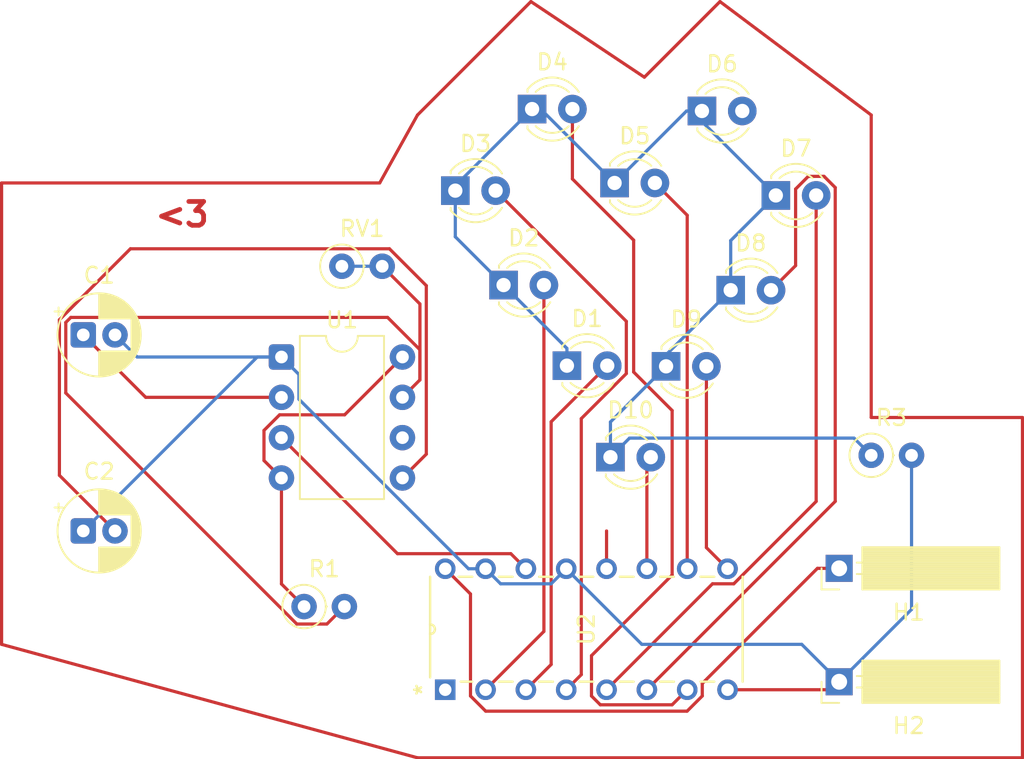
<source format=kicad_pcb>
(kicad_pcb (version 20241229) (generator "pcbnew") (generator_version "9.0")
  (layers (0 "F.Cu" signal) (2 "B.Cu" signal) (13 "F.Paste" user) (15 "B.Paste" user) (5 "F.SilkS" user "F.Silkscreen") (7 "B.SilkS" user "B.Silkscreen") (1 "F.Mask" user) (3 "B.Mask" user) (25 "Edge.Cuts" user))
  (net 0 "")
  (net 1 "GND")
  (net 2 "tr")
  (net 3 "Net-(U1-CONT)")
  (net 4 "Net-(D1-A)")
  (net 5 "Net-(D1-K)")
  (net 6 "Net-(D2-A)")
  (net 7 "Net-(D3-A)")
  (net 8 "Net-(D4-A)")
  (net 9 "Net-(D5-A)")
  (net 10 "Net-(D6-A)")
  (net 11 "Net-(D7-A)")
  (net 12 "Net-(D8-A)")
  (net 13 "Net-(D9-A)")
  (net 14 "Net-(D10-A)")
  (net 15 "+5V")
  (net 16 "Net-(U1-DISCH)")
  (net 17 "OUT")
  (net 18 "Net-(U1-THRES)")
  (net 19 "unconnected-(U2-Cout-Pad12)")
  (footprint "LED_THT:LED_D3.0mm" (layer "F.Cu") (at 169.574825 44.76024)
    (property "Reference" "D5" (at 1.27 -2.96 0) (layer "F.SilkS"))
    (property "Value" "LED")
    (pad "1" thru_hole rect (at 0 0) (size 1.8 1.8) (drill 0.9) (layers "*.Cu" "*.Mask") (net 5 "Net-(D1-K)"))
    (pad "2" thru_hole circle (at 2.54 0) (size 1.8 1.8) (drill 0.9) (layers "*.Cu" "*.Mask") (net 9 "Net-(D5-A)"))
  )
  (footprint "Resistor_THT:R_Axial_DIN0207_L6.3mm_D2.5mm_P2.54mm_Vertical" (layer "F.Cu") (at 150.01875 71.4375)
    (property "Reference" "R1" (at 1.27 -2.37 0) (layer "F.SilkS"))
    (property "Value" "1k")
    (pad "1" thru_hole circle (at 0 0) (size 1.6 1.6) (drill 0.8) (layers "*.Cu" "*.Mask") (net 15 "+5V"))
    (pad "2" thru_hole circle (at 2.54 0) (size 1.6 1.6) (drill 0.8) (layers "*.Cu" "*.Mask") (net 16 "Net-(U1-DISCH)"))
  )
  (footprint "LED_THT:LED_D3.0mm" (layer "F.Cu") (at 179.730097 45.545943)
    (property "Reference" "D7" (at 1.27 -2.96 0) (layer "F.SilkS"))
    (property "Value" "LED")
    (pad "1" thru_hole rect (at 0 0) (size 1.8 1.8) (drill 0.9) (layers "*.Cu" "*.Mask") (net 5 "Net-(D1-K)"))
    (pad "2" thru_hole circle (at 2.54 0) (size 1.8 1.8) (drill 0.9) (layers "*.Cu" "*.Mask") (net 11 "Net-(D7-A)"))
  )
  (footprint "LED_THT:LED_D3.0mm" (layer "F.Cu") (at 172.818367 56.307854)
    (property "Reference" "D9" (at 1.27 -2.96 0) (layer "F.SilkS"))
    (property "Value" "LED")
    (pad "1" thru_hole rect (at 0 0) (size 1.8 1.8) (drill 0.9) (layers "*.Cu" "*.Mask") (net 5 "Net-(D1-K)"))
    (pad "2" thru_hole circle (at 2.54 0) (size 1.8 1.8) (drill 0.9) (layers "*.Cu" "*.Mask") (net 13 "Net-(D9-A)"))
  )
  (footprint "Resistor_THT:R_Axial_DIN0207_L6.3mm_D2.5mm_P2.54mm_Vertical" (layer "F.Cu") (at 152.4 50.00625)
    (property "Reference" "RV1" (at 1.27 -2.37 0) (layer "F.SilkS"))
    (property "Value" "50k")
    (pad "1" thru_hole circle (at 0 0) (size 1.6 1.6) (drill 0.8) (layers "*.Cu" "*.Mask") (net 16 "Net-(U1-DISCH)"))
    (pad "2" thru_hole circle (at 2.54 0) (size 1.6 1.6) (drill 0.8) (layers "*.Cu" "*.Mask") (net 16 "Net-(U1-DISCH)"))
  )
  (footprint "aaaaaa:N16" (layer "F.Cu") (at 176.68875 69.05625 90)
    (property "Reference" "U2" (at -3.81 -8.89 90) (layer "F.SilkS"))
    (property "Value" "4017")
    (fp_text user "*" (at -7.62 -19.1897 90) (layer "F.SilkS"))
    (fp_text user "*" (at -7.62 -19.1897 90) (layer "F.SilkS"))
    (pad "1" thru_hole rect (at -7.62 -17.78 90) (size 1.2954 1.2954) (drill 0.7874) (layers "*.Cu" "*.Mask") (net 10 "Net-(D6-A)"))
    (pad "2" thru_hole circle (at -7.62 -15.24 90) (size 1.2954 1.2954) (drill 0.7874) (layers "*.Cu" "*.Mask") (net 6 "Net-(D2-A)"))
    (pad "3" thru_hole circle (at -7.62 -12.7 90) (size 1.2954 1.2954) (drill 0.7874) (layers "*.Cu" "*.Mask") (net 4 "Net-(D1-A)"))
    (pad "4" thru_hole circle (at -7.62 -10.16 90) (size 1.2954 1.2954) (drill 0.7874) (layers "*.Cu" "*.Mask") (net 7 "Net-(D3-A)"))
    (pad "5" thru_hole circle (at -7.62 -7.62 90) (size 1.2954 1.2954) (drill 0.7874) (layers "*.Cu" "*.Mask") (net 11 "Net-(D7-A)"))
    (pad "6" thru_hole circle (at -7.62 -5.08 90) (size 1.2954 1.2954) (drill 0.7874) (layers "*.Cu" "*.Mask") (net 12 "Net-(D8-A)"))
    (pad "7" thru_hole circle (at -7.62 -2.54 90) (size 1.2954 1.2954) (drill 0.7874) (layers "*.Cu" "*.Mask") (net 8 "Net-(D4-A)"))
    (pad "8" thru_hole circle (at -7.62 0 90) (size 1.2954 1.2954) (drill 0.7874) (layers "*.Cu" "*.Mask") (net 1 "GND"))
    (pad "9" thru_hole circle (at 0 0 90) (size 1.2954 1.2954) (drill 0.7874) (layers "*.Cu" "*.Mask") (net 13 "Net-(D9-A)"))
    (pad "10" thru_hole circle (at 0 -2.54 90) (size 1.2954 1.2954) (drill 0.7874) (layers "*.Cu" "*.Mask") (net 9 "Net-(D5-A)"))
    (pad "11" thru_hole circle (at 0 -5.08 90) (size 1.2954 1.2954) (drill 0.7874) (layers "*.Cu" "*.Mask") (net 14 "Net-(D10-A)"))
    (pad "12" thru_hole circle (at 0 -7.62 90) (size 1.2954 1.2954) (drill 0.7874) (layers "*.Cu" "*.Mask") (net 19 "unconnected-(U2-Cout-Pad12)"))
    (pad "13" thru_hole circle (at 0 -10.16 90) (size 1.2954 1.2954) (drill 0.7874) (layers "*.Cu" "*.Mask") (net 1 "GND"))
    (pad "14" thru_hole circle (at 0 -12.7 90) (size 1.2954 1.2954) (drill 0.7874) (layers "*.Cu" "*.Mask") (net 17 "OUT"))
    (pad "15" thru_hole circle (at 0 -15.24 90) (size 1.2954 1.2954) (drill 0.7874) (layers "*.Cu" "*.Mask") (net 1 "GND"))
    (pad "16" thru_hole circle (at 0 -17.78 90) (size 1.2954 1.2954) (drill 0.7874) (layers "*.Cu" "*.Mask") (net 15 "+5V"))
  )
  (footprint "Capacitor_THT:CP_Radial_D5.0mm_P2.00mm" (layer "F.Cu") (at 136.1125 66.675)
    (property "Reference" "C2" (at 1 -3.75 0) (layer "F.SilkS"))
    (property "Value" "0.01uF")
    (pad "1" thru_hole roundrect (at 0 0) (size 1.6 1.6) (drill 0.8) (layers "*.Cu" "*.Mask") (roundrect_rratio 0.15625) (net 1 "GND"))
    (pad "2" thru_hole circle (at 2 0) (size 1.6 1.6) (drill 0.8) (layers "*.Cu" "*.Mask") (net 3 "Net-(U1-CONT)"))
  )
  (footprint "LED_THT:LED_D3.0mm" (layer "F.Cu") (at 176.887904 51.513053)
    (property "Reference" "D8" (at 1.27 -2.96 0) (layer "F.SilkS"))
    (property "Value" "LED")
    (pad "1" thru_hole rect (at 0 0) (size 1.8 1.8) (drill 0.9) (layers "*.Cu" "*.Mask") (net 5 "Net-(D1-K)"))
    (pad "2" thru_hole circle (at 2.54 0) (size 1.8 1.8) (drill 0.9) (layers "*.Cu" "*.Mask") (net 12 "Net-(D8-A)"))
  )
  (footprint "LED_THT:LED_D3.0mm" (layer "F.Cu") (at 159.54375 45.24375)
    (property "Reference" "D3" (at 1.27 -2.96 0) (layer "F.SilkS"))
    (property "Value" "LED")
    (pad "1" thru_hole rect (at 0 0) (size 1.8 1.8) (drill 0.9) (layers "*.Cu" "*.Mask") (net 5 "Net-(D1-K)"))
    (pad "2" thru_hole circle (at 2.54 0) (size 1.8 1.8) (drill 0.9) (layers "*.Cu" "*.Mask") (net 7 "Net-(D3-A)"))
  )
  (footprint "LED_THT:LED_D3.0mm" (layer "F.Cu") (at 166.573038 56.267561)
    (property "Reference" "D1" (at 1.27 -2.96 0) (layer "F.SilkS"))
    (property "Value" "LED")
    (pad "1" thru_hole rect (at 0 0) (size 1.8 1.8) (drill 0.9) (layers "*.Cu" "*.Mask") (net 5 "Net-(D1-K)"))
    (pad "2" thru_hole circle (at 2.54 0) (size 1.8 1.8) (drill 0.9) (layers "*.Cu" "*.Mask") (net 4 "Net-(D1-A)"))
  )
  (footprint "Resistor_THT:R_Axial_DIN0207_L6.3mm_D2.5mm_P2.54mm_Vertical" (layer "F.Cu") (at 185.7375 61.9125)
    (property "Reference" "R3" (at 1.27 -2.37 0) (layer "F.SilkS"))
    (property "Value" "330")
    (pad "1" thru_hole circle (at 0 0) (size 1.6 1.6) (drill 0.8) (layers "*.Cu" "*.Mask") (net 5 "Net-(D1-K)"))
    (pad "2" thru_hole circle (at 2.54 0) (size 1.6 1.6) (drill 0.8) (layers "*.Cu" "*.Mask") (net 1 "GND"))
  )
  (footprint "LED_THT:LED_D3.0mm" (layer "F.Cu") (at 162.584086 51.190713)
    (property "Reference" "D2" (at 1.27 -2.96 0) (layer "F.SilkS"))
    (property "Value" "LED")
    (pad "1" thru_hole rect (at 0 0) (size 1.8 1.8) (drill 0.9) (layers "*.Cu" "*.Mask") (net 5 "Net-(D1-K)"))
    (pad "2" thru_hole circle (at 2.54 0) (size 1.8 1.8) (drill 0.9) (layers "*.Cu" "*.Mask") (net 6 "Net-(D2-A)"))
  )
  (footprint "Connector_PinSocket_2.54mm:PinSocket_1x01_P2.54mm_Horizontal" (layer "F.Cu") (at 183.71875 76.175 180)
    (property "Reference" "H2" (at -4.38 -2.77 0) (layer "F.SilkS"))
    (property "Value" "MountingHole_Pad")
    (pad "1" thru_hole rect (at 0 0 180) (size 1.7 1.7) (drill 1) (layers "*.Cu" "*.Mask") (net 1 "GND"))
  )
  (footprint "LED_THT:LED_D3.0mm" (layer "F.Cu") (at 175.07632 40.22734)
    (property "Reference" "D6" (at 1.27 -2.96 0) (layer "F.SilkS"))
    (property "Value" "LED")
    (pad "1" thru_hole rect (at 0 0) (size 1.8 1.8) (drill 0.9) (layers "*.Cu" "*.Mask") (net 5 "Net-(D1-K)"))
    (pad "2" thru_hole circle (at 2.54 0) (size 1.8 1.8) (drill 0.9) (layers "*.Cu" "*.Mask") (net 10 "Net-(D6-A)"))
  )
  (footprint "LED_THT:LED_D3.0mm" (layer "F.Cu") (at 169.3145 62.029381)
    (property "Reference" "D10" (at 1.27 -2.96 0) (layer "F.SilkS"))
    (property "Value" "LED")
    (pad "1" thru_hole rect (at 0 0) (size 1.8 1.8) (drill 0.9) (layers "*.Cu" "*.Mask") (net 5 "Net-(D1-K)"))
    (pad "2" thru_hole circle (at 2.54 0) (size 1.8 1.8) (drill 0.9) (layers "*.Cu" "*.Mask") (net 14 "Net-(D10-A)"))
  )
  (footprint "LED_THT:LED_D3.0mm" (layer "F.Cu") (at 164.378675 40.106463)
    (property "Reference" "D4" (at 1.27 -2.96 0) (layer "F.SilkS"))
    (property "Value" "LED")
    (pad "1" thru_hole rect (at 0 0) (size 1.8 1.8) (drill 0.9) (layers "*.Cu" "*.Mask") (net 5 "Net-(D1-K)"))
    (pad "2" thru_hole circle (at 2.54 0) (size 1.8 1.8) (drill 0.9) (layers "*.Cu" "*.Mask") (net 8 "Net-(D4-A)"))
  )
  (footprint "Package_DIP:DIP-8_W7.62mm" (layer "F.Cu") (at 148.595 55.72125)
    (property "Reference" "U1" (at 3.81 -2.33 0) (layer "F.SilkS"))
    (property "Value" "NE555P")
    (pad "1" thru_hole roundrect (at 0 0) (size 1.6 1.6) (drill 0.8) (layers "*.Cu" "*.Mask") (roundrect_rratio 0.15625) (net 1 "GND"))
    (pad "2" thru_hole circle (at 0 2.54) (size 1.6 1.6) (drill 0.8) (layers "*.Cu" "*.Mask") (net 2 "tr"))
    (pad "3" thru_hole circle (at 0 5.08) (size 1.6 1.6) (drill 0.8) (layers "*.Cu" "*.Mask") (net 17 "OUT"))
    (pad "4" thru_hole circle (at 0 7.62) (size 1.6 1.6) (drill 0.8) (layers "*.Cu" "*.Mask") (net 15 "+5V"))
    (pad "5" thru_hole circle (at 7.62 7.62) (size 1.6 1.6) (drill 0.8) (layers "*.Cu" "*.Mask") (net 3 "Net-(U1-CONT)"))
    (pad "6" thru_hole circle (at 7.62 5.08) (size 1.6 1.6) (drill 0.8) (layers "*.Cu" "*.Mask") (net 18 "Net-(U1-THRES)"))
    (pad "7" thru_hole circle (at 7.62 2.54) (size 1.6 1.6) (drill 0.8) (layers "*.Cu" "*.Mask") (net 16 "Net-(U1-DISCH)"))
    (pad "8" thru_hole circle (at 7.62 0) (size 1.6 1.6) (drill 0.8) (layers "*.Cu" "*.Mask") (net 15 "+5V"))
  )
  (footprint "Connector_PinSocket_2.54mm:PinSocket_1x01_P2.54mm_Horizontal" (layer "F.Cu") (at 183.71875 69.03125 180)
    (property "Reference" "H1" (at -4.38 -2.77 0) (layer "F.SilkS"))
    (property "Value" "MountingHole_Pad")
    (pad "1" thru_hole rect (at 0 0 180) (size 1.7 1.7) (drill 1) (layers "*.Cu" "*.Mask") (net 15 "+5V"))
  )
  (footprint "Capacitor_THT:CP_Radial_D5.0mm_P2.00mm" (layer "F.Cu") (at 136.1125 54.32875)
    (property "Reference" "C1" (at 1 -3.75 0) (layer "F.SilkS"))
    (property "Value" "1uF")
    (pad "1" thru_hole roundrect (at 0 0) (size 1.6 1.6) (drill 0.8) (layers "*.Cu" "*.Mask") (roundrect_rratio 0.15625) (net 2 "tr"))
    (pad "2" thru_hole circle (at 2 0) (size 1.6 1.6) (drill 0.8) (layers "*.Cu" "*.Mask") (net 1 "GND"))
  )
  (gr_line (start 154.78125 44.76024) (end 157.1625 40.48125) (stroke (width 0.2)) (layer "F.Cu"))
  (gr_line (start 130.96875 44.76024) (end 130.96875 73.81875) (stroke (width 0.2)) (layer "F.Cu"))
  (gr_line (start 130.96875 73.81875) (end 157.1625 80.9625) (stroke (width 0.2)) (layer "F.Cu"))
  (gr_line (start 176.2125 33.3375) (end 171.45 38.1) (stroke (width 0.2)) (layer "F.Cu"))
  (gr_line (start 157.1625 40.48125) (end 164.30625 33.3375) (stroke (width 0.2)) (layer "F.Cu"))
  (gr_line (start 154.78125 44.76024) (end 130.96875 44.76024) (stroke (width 0.2)) (layer "F.Cu"))
  (gr_line (start 157.1625 80.9625) (end 195.2625 80.9625) (stroke (width 0.2)) (layer "F.Cu"))
  (gr_line (start 171.45 38.1) (end 164.30625 33.3375) (stroke (width 0.2)) (layer "F.Cu"))
  (gr_line (start 195.2625 59.53125) (end 185.7375 59.53125) (stroke (width 0.2)) (layer "F.Cu"))
  (gr_line (start 185.7375 59.53125) (end 185.7375 40.48125) (stroke (width 0.2)) (layer "F.Cu"))
  (gr_line (start 185.7375 40.48125) (end 176.2125 33.3375) (stroke (width 0.2)) (layer "F.Cu"))
  (gr_line (start 195.2625 80.9625) (end 195.2625 59.53125) (stroke (width 0.2)) (layer "F.Cu"))
  (gr_text "<3" (at 140.49375 47.625 0) (layer "F.Cu") (effects (font (size 1.5 1.5) (thickness 0.3) (bold yes)) (justify left bottom)))
  (segment (start 183.2175 76.67625) (end 183.71875 76.175) (width 0.2) (layer "F.Cu") (net 1))
  (segment (start 176.68875 76.67625) (end 183.2175 76.67625) (width 0.2) (layer "F.Cu") (net 1))
  (segment (start 161.44875 69.05625) (end 160.37295 69.05625) (width 0.2) (layer "B.Cu") (net 1))
  (segment (start 188.2775 61.9125) (end 188.2775 71.61625) (width 0.2) (layer "B.Cu") (net 1))
  (segment (start 147.06625 55.72125) (end 136.1125 66.675) (width 0.2) (layer "B.Cu") (net 1))
  (segment (start 148.595 55.72125) (end 139.505 55.72125) (width 0.2) (layer "B.Cu") (net 1))
  (segment (start 139.505 55.72125) (end 138.1125 54.32875) (width 0.2) (layer "B.Cu") (net 1))
  (segment (start 162.39745 70.00495) (end 161.44875 69.05625) (width 0.2) (layer "B.Cu") (net 1))
  (segment (start 183.71875 76.175) (end 181.3625 73.81875) (width 0.2) (layer "B.Cu") (net 1))
  (segment (start 171.29125 73.81875) (end 166.52875 69.05625) (width 0.2) (layer "B.Cu") (net 1))
  (segment (start 188.2775 71.61625) (end 183.71875 76.175) (width 0.2) (layer "B.Cu") (net 1))
  (segment (start 160.37295 69.05625) (end 149.696 58.3793) (width 0.2) (layer "B.Cu") (net 1))
  (segment (start 149.696 56.82225) (end 148.595 55.72125) (width 0.2) (layer "B.Cu") (net 1))
  (segment (start 181.3625 73.81875) (end 171.29125 73.81875) (width 0.2) (layer "B.Cu") (net 1))
  (segment (start 165.58005 70.00495) (end 162.39745 70.00495) (width 0.2) (layer "B.Cu") (net 1))
  (segment (start 166.52875 69.05625) (end 165.58005 70.00495) (width 0.2) (layer "B.Cu") (net 1))
  (segment (start 149.696 58.3793) (end 149.696 56.82225) (width 0.2) (layer "B.Cu") (net 1))
  (segment (start 148.595 55.72125) (end 147.06625 55.72125) (width 0.2) (layer "B.Cu") (net 1))
  (segment (start 140.045 58.26125) (end 136.1125 54.32875) (width 0.2) (layer "F.Cu") (net 2))
  (segment (start 148.595 58.26125) (end 140.045 58.26125) (width 0.2) (layer "F.Cu") (net 2))
  (segment (start 134.6105 53.37749) (end 139.08274 48.90525) (width 0.2) (layer "F.Cu") (net 3))
  (segment (start 157.717 51.2262) (end 157.717 61.83925) (width 0.2) (layer "F.Cu") (net 3))
  (segment (start 155.39605 48.90525) (end 157.717 51.2262) (width 0.2) (layer "F.Cu") (net 3))
  (segment (start 157.717 61.83925) (end 156.215 63.34125) (width 0.2) (layer "F.Cu") (net 3))
  (segment (start 139.08274 48.90525) (end 155.39605 48.90525) (width 0.2) (layer "F.Cu") (net 3))
  (segment (start 134.6105 63.173) (end 134.6105 53.37749) (width 0.2) (layer "F.Cu") (net 3))
  (segment (start 138.1125 66.675) (end 134.6105 63.173) (width 0.2) (layer "F.Cu") (net 3))
  (segment (start 165.58005 59.800549) (end 169.113038 56.267561) (width 0.2) (layer "F.Cu") (net 4))
  (segment (start 163.98875 76.67625) (end 165.58005 75.08495) (width 0.2) (layer "F.Cu") (net 4))
  (segment (start 165.58005 75.08495) (end 165.58005 59.800549) (width 0.2) (layer "F.Cu") (net 4))
  (segment (start 166.573038 55.179665) (end 166.573038 56.267561) (width 0.2) (layer "B.Cu") (net 5))
  (segment (start 169.574825 44.76024) (end 164.921048 40.106463) (width 0.2) (layer "B.Cu") (net 5))
  (segment (start 185.7375 61.9125) (end 184.653381 60.828381) (width 0.2) (layer "B.Cu") (net 5))
  (segment (start 164.921048 40.106463) (end 164.378675 40.106463) (width 0.2) (layer "B.Cu") (net 5))
  (segment (start 159.54375 44.941388) (end 159.54375 45.24375) (width 0.2) (layer "B.Cu") (net 5))
  (segment (start 159.54375 48.150377) (end 162.584086 51.190713) (width 0.2) (layer "B.Cu") (net 5))
  (segment (start 176.887904 48.388136) (end 179.730097 45.545943) (width 0.2) (layer "B.Cu") (net 5))
  (segment (start 170.5155 60.828381) (end 169.3145 62.029381) (width 0.2) (layer "B.Cu") (net 5))
  (segment (start 169.3145 59.811721) (end 172.818367 56.307854) (width 0.2) (layer "B.Cu") (net 5))
  (segment (start 175.07632 40.22734) (end 174.107725 40.22734) (width 0.2) (layer "B.Cu") (net 5))
  (segment (start 172.818367 56.307854) (end 172.818367 55.58259) (width 0.2) (layer "B.Cu") (net 5))
  (segment (start 175.07632 40.892166) (end 175.07632 40.22734) (width 0.2) (layer "B.Cu") (net 5))
  (segment (start 176.887904 51.513053) (end 176.887904 48.388136) (width 0.2) (layer "B.Cu") (net 5))
  (segment (start 179.730097 45.545943) (end 175.07632 40.892166) (width 0.2) (layer "B.Cu") (net 5))
  (segment (start 164.378675 40.106463) (end 159.54375 44.941388) (width 0.2) (layer "B.Cu") (net 5))
  (segment (start 169.3145 62.029381) (end 169.3145 59.811721) (width 0.2) (layer "B.Cu") (net 5))
  (segment (start 159.54375 45.24375) (end 159.54375 48.150377) (width 0.2) (layer "B.Cu") (net 5))
  (segment (start 184.653381 60.828381) (end 170.5155 60.828381) (width 0.2) (layer "B.Cu") (net 5))
  (segment (start 172.818367 55.58259) (end 176.887904 51.513053) (width 0.2) (layer "B.Cu") (net 5))
  (segment (start 162.584086 51.190713) (end 166.573038 55.179665) (width 0.2) (layer "B.Cu") (net 5))
  (segment (start 174.107725 40.22734) (end 169.574825 44.76024) (width 0.2) (layer "B.Cu") (net 5))
  (segment (start 161.44875 76.67625) (end 165.124086 73.000914) (width 0.2) (layer "F.Cu") (net 6))
  (segment (start 165.124086 73.000914) (end 165.124086 51.190713) (width 0.2) (layer "F.Cu") (net 6))
  (segment (start 167.47745 75.72755) (end 167.47745 59.60162) (width 0.2) (layer "F.Cu") (net 7))
  (segment (start 170.314038 53.474038) (end 162.08375 45.24375) (width 0.2) (layer "F.Cu") (net 7))
  (segment (start 170.314038 56.765032) (end 170.314038 53.474038) (width 0.2) (layer "F.Cu") (net 7))
  (segment (start 166.52875 76.67625) (end 167.47745 75.72755) (width 0.2) (layer "F.Cu") (net 7))
  (segment (start 167.47745 59.60162) (end 170.314038 56.765032) (width 0.2) (layer "F.Cu") (net 7))
  (segment (start 168.675785 77.62495) (end 168.12005 77.069215) (width 0.2) (layer "F.Cu") (net 8))
  (segment (start 170.775825 48.36324) (end 166.918675 44.50609) (width 0.2) (layer "F.Cu") (net 8))
  (segment (start 173.20005 59.091537) (end 170.775825 56.667312) (width 0.2) (layer "F.Cu") (net 8))
  (segment (start 174.14875 76.67625) (end 173.20005 77.62495) (width 0.2) (layer "F.Cu") (net 8))
  (segment (start 166.918675 44.50609) (end 166.918675 40.106463) (width 0.2) (layer "F.Cu") (net 8))
  (segment (start 173.20005 69.449215) (end 173.20005 59.091537) (width 0.2) (layer "F.Cu") (net 8))
  (segment (start 170.775825 56.667312) (end 170.775825 48.36324) (width 0.2) (layer "F.Cu") (net 8))
  (segment (start 168.12005 77.069215) (end 168.12005 74.529215) (width 0.2) (layer "F.Cu") (net 8))
  (segment (start 173.20005 77.62495) (end 168.675785 77.62495) (width 0.2) (layer "F.Cu") (net 8))
  (segment (start 168.12005 74.529215) (end 173.20005 69.449215) (width 0.2) (layer "F.Cu") (net 8))
  (segment (start 174.14875 69.05625) (end 174.14875 46.794165) (width 0.2) (layer "F.Cu") (net 9))
  (segment (start 174.14875 46.794165) (end 172.114825 44.76024) (width 0.2) (layer "F.Cu") (net 9))
  (segment (start 169.06875 76.67625) (end 175.74005 70.00495) (width 0.2) (layer "F.Cu") (net 11))
  (segment (start 177.081715 70.00495) (end 182.270097 64.816568) (width 0.2) (layer "F.Cu") (net 11))
  (segment (start 175.74005 70.00495) (end 177.081715 70.00495) (width 0.2) (layer "F.Cu") (net 11))
  (segment (start 182.270097 64.816568) (end 182.270097 45.545943) (width 0.2) (layer "F.Cu") (net 11))
  (segment (start 183.471097 45.048472) (end 182.767568 44.344943) (width 0.2) (layer "F.Cu") (net 12))
  (segment (start 182.767568 44.344943) (end 181.772626 44.344943) (width 0.2) (layer "F.Cu") (net 12))
  (segment (start 180.975 49.965957) (end 179.427904 51.513053) (width 0.2) (layer "F.Cu") (net 12))
  (segment (start 183.471097 64.813903) (end 183.471097 45.048472) (width 0.2) (layer "F.Cu") (net 12))
  (segment (start 181.772626 44.344943) (end 180.975 45.142569) (width 0.2) (layer "F.Cu") (net 12))
  (segment (start 180.975 45.142569) (end 180.975 49.965957) (width 0.2) (layer "F.Cu") (net 12))
  (segment (start 171.60875 76.67625) (end 183.471097 64.813903) (width 0.2) (layer "F.Cu") (net 12))
  (segment (start 176.68875 69.05625) (end 175.358367 67.725867) (width 0.2) (layer "F.Cu") (net 13))
  (segment (start 175.358367 67.725867) (end 175.358367 56.307854) (width 0.2) (layer "F.Cu") (net 13))
  (segment (start 171.60875 69.05625) (end 171.60875 62.275131) (width 0.2) (layer "F.Cu") (net 14))
  (segment (start 171.60875 62.275131) (end 171.8545 62.029381) (width 0.2) (layer "F.Cu") (net 14))
  (segment (start 147.494 62.24025) (end 147.494 60.3452) (width 0.2) (layer "F.Cu") (net 15))
  (segment (start 148.595 63.34125) (end 147.494 62.24025) (width 0.2) (layer "F.Cu") (net 15))
  (segment (start 148.595 70.01375) (end 150.01875 71.4375) (width 0.2) (layer "F.Cu") (net 15))
  (segment (start 175.09745 77.069215) (end 174.140715 78.02595) (width 0.2) (layer "F.Cu") (net 15))
  (segment (start 175.09745 76.283285) (end 175.09745 77.069215) (width 0.2) (layer "F.Cu") (net 15))
  (segment (start 148.595 63.34125) (end 148.595 70.01375) (width 0.2) (layer "F.Cu") (net 15))
  (segment (start 147.494 60.3452) (end 148.47695 59.36225) (width 0.2) (layer "F.Cu") (net 15))
  (segment (start 161.456785 78.02595) (end 160.50005 77.069215) (width 0.2) (layer "F.Cu") (net 15))
  (segment (start 183.71875 69.03125) (end 182.349485 69.03125) (width 0.2) (layer "F.Cu") (net 15))
  (segment (start 160.50005 77.069215) (end 160.50005 70.64755) (width 0.2) (layer "F.Cu") (net 15))
  (segment (start 174.140715 78.02595) (end 161.456785 78.02595) (width 0.2) (layer "F.Cu") (net 15))
  (segment (start 152.574 59.36225) (end 156.215 55.72125) (width 0.2) (layer "F.Cu") (net 15))
  (segment (start 160.50005 70.64755) (end 158.90875 69.05625) (width 0.2) (layer "F.Cu") (net 15))
  (segment (start 182.349485 69.03125) (end 175.09745 76.283285) (width 0.2) (layer "F.Cu") (net 15))
  (segment (start 148.47695 59.36225) (end 152.574 59.36225) (width 0.2) (layer "F.Cu") (net 15))
  (segment (start 151.45775 72.5385) (end 152.55875 71.4375) (width 0.2) (layer "F.Cu") (net 16))
  (segment (start 149.5627 72.5385) (end 151.45775 72.5385) (width 0.2) (layer "F.Cu") (net 16))
  (segment (start 155.27855 53.22775) (end 135.32734 53.22775) (width 0.2) (layer "F.Cu") (net 16))
  (segment (start 135.32734 53.22775) (end 135.0115 53.54359) (width 0.2) (layer "F.Cu") (net 16))
  (segment (start 135.0115 57.9873) (end 149.5627 72.5385) (width 0.2) (layer "F.Cu") (net 16))
  (segment (start 156.215 58.26125) (end 157.316 57.16025) (width 0.2) (layer "F.Cu") (net 16))
  (segment (start 135.0115 53.54359) (end 135.0115 57.9873) (width 0.2) (layer "F.Cu") (net 16))
  (segment (start 157.316 52.38225) (end 157.316 57.16025) (width 0.2) (layer "F.Cu") (net 16))
  (segment (start 157.316 55.2652) (end 155.27855 53.22775) (width 0.2) (layer "F.Cu") (net 16))
  (segment (start 157.316 57.16025) (end 157.316 55.2652) (width 0.2) (layer "F.Cu") (net 16))
  (segment (start 154.94 50.00625) (end 157.316 52.38225) (width 0.2) (layer "F.Cu") (net 16))
  (segment (start 152.4 50.00625) (end 154.94 50.00625) (width 0.2) (layer "B.Cu") (net 16))
  (segment (start 163.98875 69.05625) (end 163.04005 68.10755) (width 0.2) (layer "F.Cu") (net 17))
  (segment (start 155.9013 68.10755) (end 148.595 60.80125) (width 0.2) (layer "F.Cu") (net 17))
  (segment (start 163.04005 68.10755) (end 155.9013 68.10755) (width 0.2) (layer "F.Cu") (net 17))
  (segment (start 169.06875 69.05625) (end 169.06875 66.675) (width 0.2) (layer "F.Cu") (net 19))
)
</source>
